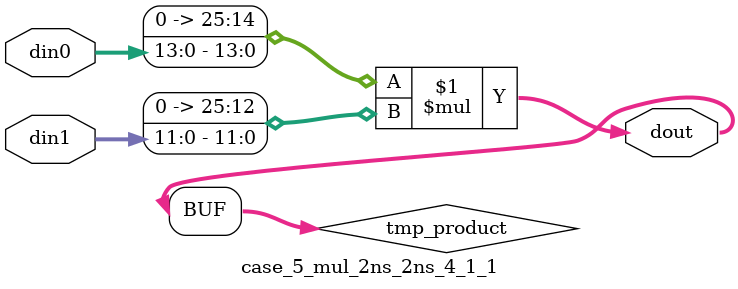
<source format=v>

`timescale 1 ns / 1 ps

 (* use_dsp = "no" *)  module case_5_mul_2ns_2ns_4_1_1(din0, din1, dout);
parameter ID = 1;
parameter NUM_STAGE = 0;
parameter din0_WIDTH = 14;
parameter din1_WIDTH = 12;
parameter dout_WIDTH = 26;

input [din0_WIDTH - 1 : 0] din0; 
input [din1_WIDTH - 1 : 0] din1; 
output [dout_WIDTH - 1 : 0] dout;

wire signed [dout_WIDTH - 1 : 0] tmp_product;
























assign tmp_product = $signed({1'b0, din0}) * $signed({1'b0, din1});











assign dout = tmp_product;





















endmodule

</source>
